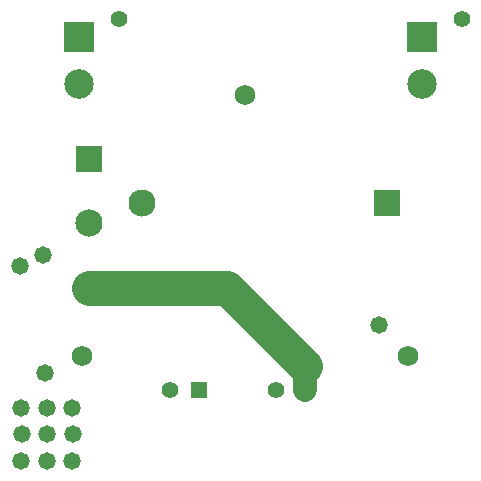
<source format=gbs>
G04*
G04 #@! TF.GenerationSoftware,Altium Limited,Altium Designer,23.10.1 (27)*
G04*
G04 Layer_Color=16711935*
%FSLAX25Y25*%
%MOIN*%
G70*
G04*
G04 #@! TF.SameCoordinates,C07C27E9-E0E0-4E4E-9050-A674B6DD9AC8*
G04*
G04*
G04 #@! TF.FilePolarity,Negative*
G04*
G01*
G75*
%ADD26C,0.11811*%
%ADD27C,0.07874*%
%ADD28R,0.09843X0.09843*%
%ADD29C,0.09843*%
%ADD30C,0.05512*%
%ADD31R,0.09068X0.09068*%
%ADD32C,0.09068*%
%ADD33C,0.06800*%
%ADD34C,0.09055*%
%ADD35R,0.09055X0.09055*%
%ADD36R,0.05512X0.05512*%
%ADD37C,0.05800*%
D26*
X72992Y62441D02*
X99016Y36417D01*
X26772Y62441D02*
X72992D01*
D27*
X99016Y28346D02*
Y36417D01*
D28*
X23425Y145984D02*
D03*
X137795D02*
D03*
D29*
X23425Y130394D02*
D03*
X137795D02*
D03*
D30*
X36811Y151890D02*
D03*
X151181D02*
D03*
X53740Y28346D02*
D03*
X89173D02*
D03*
D31*
X26772Y105276D02*
D03*
D32*
Y83858D02*
D03*
Y62441D02*
D03*
D33*
X78740Y126772D02*
D03*
X133071Y39764D02*
D03*
X24409D02*
D03*
D34*
X44653Y90551D02*
D03*
D35*
X126213D02*
D03*
D36*
X63583Y28346D02*
D03*
X99016D02*
D03*
D37*
X11417Y73228D02*
D03*
X3937Y69685D02*
D03*
X12205Y33858D02*
D03*
X21457Y13780D02*
D03*
X12795Y22441D02*
D03*
X4528Y13780D02*
D03*
X21260Y22441D02*
D03*
X12795Y4724D02*
D03*
X4331D02*
D03*
X12992Y13780D02*
D03*
X21260Y4724D02*
D03*
X4331Y22441D02*
D03*
X123622Y50000D02*
D03*
M02*

</source>
